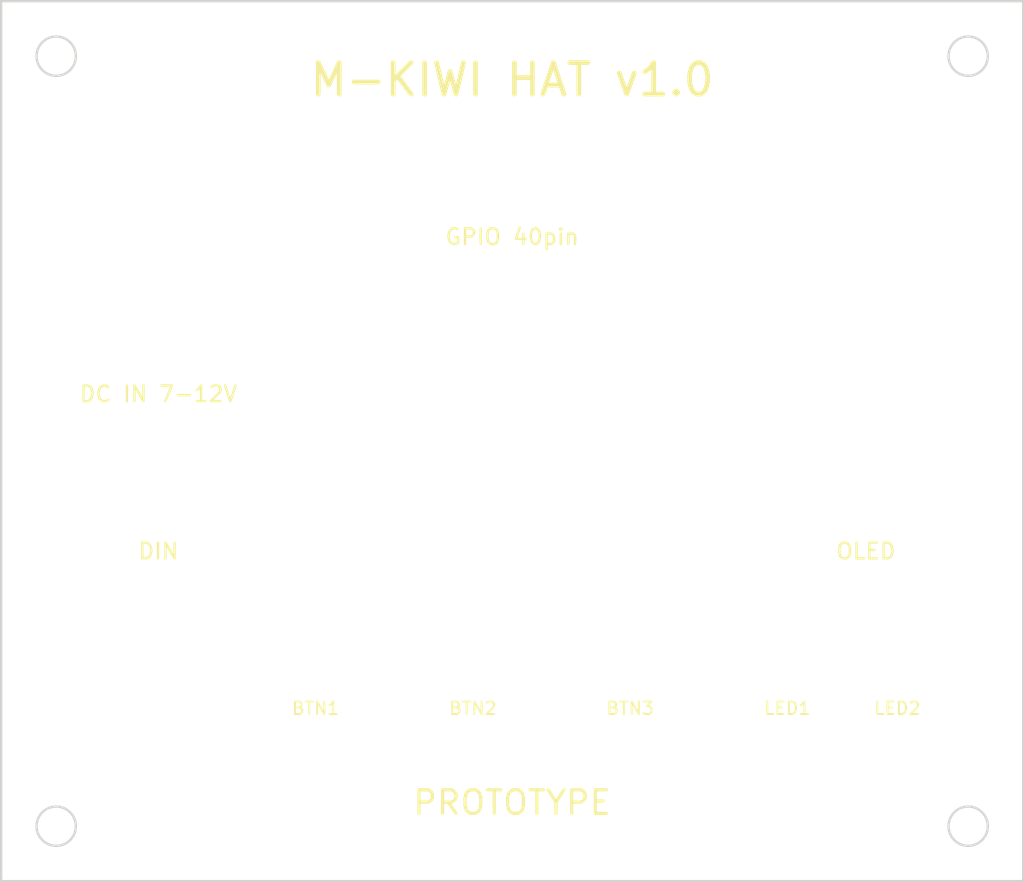
<source format=kicad_pcb>
(kicad_pcb
  (version 20231014)
  (generator "pcbnew")
  (generator_version "8.0")
  (general
    (thickness 1.6)
    (legacy_teardrops no)
  )
  (paper "A4")
  (title_block
    (title "HAT Minitel pour Raspberry Pi")
    (date "2024-12-06")
    (rev "1.0")
    (company "M-Kiwi Project")
    (comment 1 "PROTOTYPE NON TESTE")
    (comment 2 "Dimensions: 65mm x 56mm")
  )
  (layers
    (0 "F.Cu" signal)
    (31 "B.Cu" signal)
    (32 "B.Adhes" user "B.Adhesive")
    (33 "F.Adhes" user "F.Adhesive")
    (34 "B.Paste" user)
    (35 "F.Paste" user)
    (36 "B.SilkS" user "B.Silkscreen")
    (37 "F.SilkS" user "F.Silkscreen")
    (38 "B.Mask" user)
    (39 "F.Mask" user)
    (40 "Dwgs.User" user "User.Drawings")
    (41 "Cmts.User" user "User.Comments")
    (42 "Eco1.User" user "User.Eco1")
    (43 "Eco2.User" user "User.Eco2")
    (44 "Edge.Cuts" user)
    (45 "Margin" user)
    (46 "B.CrtYd" user "B.Courtyard")
    (47 "F.CrtYd" user "F.Courtyard")
    (48 "B.Fab" user)
    (49 "F.Fab" user)
  )
  (setup
    (pad_to_mask_clearance 0)
    (allow_soldermask_bridges_in_footprints no)
    (pcbplotparams
      (layerselection 0x00010fc_ffffffff)
      (plot_on_all_layers_selection 0x0000000_00000000)
      (disableapertmacros no)
      (usegerberextensions no)
      (usegerberattributes yes)
      (usegerberadvancedattributes yes)
      (creategerberjobfile yes)
      (dashed_line_dash_ratio 12.000000)
      (dashed_line_gap_ratio 3.000000)
      (svgprecision 4)
      (plotframeref no)
      (viasonmask no)
      (mode 1)
      (useauxorigin no)
      (hpglpennumber 1)
      (hpglpenspeed 20)
      (hpglpendiameter 15.000000)
      (pdf_front_fp_property_popups yes)
      (pdf_back_fp_property_popups yes)
      (dxfpolygonmode yes)
      (dxfimperialunits yes)
      (dxfusepcbnewfont yes)
      (psnegative no)
      (psa4output no)
      (plotreference yes)
      (plotvalue yes)
      (plotfptext yes)
      (plotinvisibletext no)
      (sketchpadsonfab no)
      (subtractmaskfromsilk no)
      (outputformat 1)
      (mirror no)
      (drillshape 1)
      (scaleselection 1)
      (outputdirectory "gerber/")
    )
  )
  (net 0 "")
  (net 1 "GND")
  (net 2 "+5V")
  (net 3 "+3V3")
  (net 4 "VIN")
  (net 5 "TX")
  (net 6 "RX")
  (net 7 "SDA")
  (net 8 "SCL")
  (net 9 "BTN1")
  (net 10 "BTN2")
  (net 11 "BTN3")
  (net 12 "LED1")
  (net 13 "LED2")

  (gr_rect
    (start 0 0)
    (end 65 56)
    (stroke (width 0.15) (type solid))
    (fill none)
    (layer "Edge.Cuts")
    (uuid "e1a2b3c4-d5e6-f7a8-b9c0-d1e2f3a4b5c6")
  )

  (gr_circle
    (center 3.5 3.5)
    (end 4.75 3.5)
    (stroke (width 0.15) (type solid))
    (fill none)
    (layer "Edge.Cuts")
    (uuid "f1a2b3c4-d5e6-f7a8-b9c0-d1e2f3a4b5c7")
  )

  (gr_circle
    (center 61.5 3.5)
    (end 62.75 3.5)
    (stroke (width 0.15) (type solid))
    (fill none)
    (layer "Edge.Cuts")
    (uuid "f1a2b3c4-d5e6-f7a8-b9c0-d1e2f3a4b5c8")
  )

  (gr_circle
    (center 3.5 52.5)
    (end 4.75 52.5)
    (stroke (width 0.15) (type solid))
    (fill none)
    (layer "Edge.Cuts")
    (uuid "f1a2b3c4-d5e6-f7a8-b9c0-d1e2f3a4b5c9")
  )

  (gr_circle
    (center 61.5 52.5)
    (end 62.75 52.5)
    (stroke (width 0.15) (type solid))
    (fill none)
    (layer "Edge.Cuts")
    (uuid "f1a2b3c4-d5e6-f7a8-b9c0-d1e2f3a4b5ca")
  )

  (gr_text "M-KIWI HAT v1.0"
    (at 32.5 5 0)
    (layer "F.SilkS")
    (uuid "a1b2c3d4-e5f6-7890-abcd-ef1234567891")
    (effects
      (font (size 2 2) (thickness 0.3))
    )
  )

  (gr_text "PROTOTYPE"
    (at 32.5 51 0)
    (layer "F.SilkS")
    (uuid "a1b2c3d4-e5f6-7890-abcd-ef1234567892")
    (effects
      (font (size 1.5 1.5) (thickness 0.2))
    )
  )

  (gr_text "GPIO 40pin"
    (at 32.5 15 0)
    (layer "F.SilkS")
    (uuid "a1b2c3d4-e5f6-7890-abcd-ef1234567893")
    (effects
      (font (size 1 1) (thickness 0.15))
    )
  )

  (gr_text "DIN"
    (at 10 35 0)
    (layer "F.SilkS")
    (uuid "a1b2c3d4-e5f6-7890-abcd-ef1234567894")
    (effects
      (font (size 1 1) (thickness 0.15))
    )
  )

  (gr_text "OLED"
    (at 55 35 0)
    (layer "F.SilkS")
    (uuid "a1b2c3d4-e5f6-7890-abcd-ef1234567895")
    (effects
      (font (size 1 1) (thickness 0.15))
    )
  )

  (gr_text "BTN1"
    (at 20 45 0)
    (layer "F.SilkS")
    (uuid "a1b2c3d4-e5f6-7890-abcd-ef1234567896")
    (effects
      (font (size 0.8 0.8) (thickness 0.12))
    )
  )

  (gr_text "BTN2"
    (at 30 45 0)
    (layer "F.SilkS")
    (uuid "a1b2c3d4-e5f6-7890-abcd-ef1234567897")
    (effects
      (font (size 0.8 0.8) (thickness 0.12))
    )
  )

  (gr_text "BTN3"
    (at 40 45 0)
    (layer "F.SilkS")
    (uuid "a1b2c3d4-e5f6-7890-abcd-ef1234567898")
    (effects
      (font (size 0.8 0.8) (thickness 0.12))
    )
  )

  (gr_text "LED1"
    (at 50 45 0)
    (layer "F.SilkS")
    (uuid "a1b2c3d4-e5f6-7890-abcd-ef1234567899")
    (effects
      (font (size 0.8 0.8) (thickness 0.12))
    )
  )

  (gr_text "LED2"
    (at 57 45 0)
    (layer "F.SilkS")
    (uuid "a1b2c3d4-e5f6-7890-abcd-ef123456789a")
    (effects
      (font (size 0.8 0.8) (thickness 0.12))
    )
  )

  (gr_text "DC IN 7-12V"
    (at 10 25 0)
    (layer "F.SilkS")
    (uuid "a1b2c3d4-e5f6-7890-abcd-ef123456789b")
    (effects
      (font (size 1 1) (thickness 0.15))
    )
  )

)

</source>
